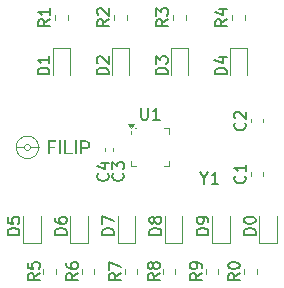
<source format=gbr>
%TF.GenerationSoftware,KiCad,Pcbnew,9.0.2*%
%TF.CreationDate,2025-05-30T03:52:38+02:00*%
%TF.ProjectId,Clock10,436c6f63-6b31-4302-9e6b-696361645f70,rev?*%
%TF.SameCoordinates,Original*%
%TF.FileFunction,Legend,Top*%
%TF.FilePolarity,Positive*%
%FSLAX46Y46*%
G04 Gerber Fmt 4.6, Leading zero omitted, Abs format (unit mm)*
G04 Created by KiCad (PCBNEW 9.0.2) date 2025-05-30 03:52:38*
%MOMM*%
%LPD*%
G01*
G04 APERTURE LIST*
%ADD10C,0.100000*%
%ADD11C,0.150000*%
%ADD12C,0.120000*%
G04 APERTURE END LIST*
D10*
X89910000Y-100000000D02*
X90560000Y-100000000D01*
X88710000Y-100000000D02*
X89360000Y-100000000D01*
X89880000Y-100000000D02*
G75*
G02*
X89360000Y-100000000I-260000J0D01*
G01*
X89360000Y-100000000D02*
G75*
G02*
X89880000Y-100000000I260000J0D01*
G01*
X90570000Y-100000000D02*
G75*
G02*
X88670000Y-100000000I-950000J0D01*
G01*
X88670000Y-100000000D02*
G75*
G02*
X90570000Y-100000000I950000J0D01*
G01*
G36*
X91994606Y-100070142D02*
G01*
X91493786Y-100070142D01*
X91493786Y-100598000D01*
X91336395Y-100598000D01*
X91336395Y-99402187D01*
X92075792Y-99402187D01*
X92075792Y-99531733D01*
X91493786Y-99531733D01*
X91493786Y-99941475D01*
X91994606Y-99941475D01*
X91994606Y-100070142D01*
G37*
G36*
X92433730Y-100598000D02*
G01*
X92276340Y-100598000D01*
X92276340Y-99402187D01*
X92433730Y-99402187D01*
X92433730Y-100598000D01*
G37*
G36*
X92879155Y-100469332D02*
G01*
X93444749Y-100469332D01*
X93444749Y-100598000D01*
X92720959Y-100598000D01*
X92720959Y-99402187D01*
X92879155Y-99402187D01*
X92879155Y-100469332D01*
G37*
G36*
X93793674Y-100598000D02*
G01*
X93636284Y-100598000D01*
X93636284Y-99402187D01*
X93793674Y-99402187D01*
X93793674Y-100598000D01*
G37*
G36*
X94619022Y-99409249D02*
G01*
X94701128Y-99429073D01*
X94770093Y-99460303D01*
X94828067Y-99502570D01*
X94876324Y-99556343D01*
X94910654Y-99617467D01*
X94931778Y-99687406D01*
X94939148Y-99768258D01*
X94931665Y-99854299D01*
X94910579Y-99926074D01*
X94876955Y-99986312D01*
X94830485Y-100036949D01*
X94774178Y-100076050D01*
X94705375Y-100105401D01*
X94621516Y-100124299D01*
X94519442Y-100131105D01*
X94238294Y-100131105D01*
X94238294Y-100598000D01*
X94080903Y-100598000D01*
X94080903Y-100002438D01*
X94238294Y-100002438D01*
X94521054Y-100002438D01*
X94603209Y-99994920D01*
X94666258Y-99974439D01*
X94714494Y-99942720D01*
X94750865Y-99898654D01*
X94773570Y-99842312D01*
X94781758Y-99769943D01*
X94773820Y-99701401D01*
X94751314Y-99645205D01*
X94714494Y-99598558D01*
X94666075Y-99563561D01*
X94605683Y-99540976D01*
X94530066Y-99531733D01*
X94238294Y-99531733D01*
X94238294Y-100002438D01*
X94080903Y-100002438D01*
X94080903Y-99402187D01*
X94521054Y-99402187D01*
X94619022Y-99409249D01*
G37*
D11*
X93884819Y-110656666D02*
X93408628Y-110989999D01*
X93884819Y-111228094D02*
X92884819Y-111228094D01*
X92884819Y-111228094D02*
X92884819Y-110847142D01*
X92884819Y-110847142D02*
X92932438Y-110751904D01*
X92932438Y-110751904D02*
X92980057Y-110704285D01*
X92980057Y-110704285D02*
X93075295Y-110656666D01*
X93075295Y-110656666D02*
X93218152Y-110656666D01*
X93218152Y-110656666D02*
X93313390Y-110704285D01*
X93313390Y-110704285D02*
X93361009Y-110751904D01*
X93361009Y-110751904D02*
X93408628Y-110847142D01*
X93408628Y-110847142D02*
X93408628Y-111228094D01*
X92884819Y-109799523D02*
X92884819Y-109989999D01*
X92884819Y-109989999D02*
X92932438Y-110085237D01*
X92932438Y-110085237D02*
X92980057Y-110132856D01*
X92980057Y-110132856D02*
X93122914Y-110228094D01*
X93122914Y-110228094D02*
X93313390Y-110275713D01*
X93313390Y-110275713D02*
X93694342Y-110275713D01*
X93694342Y-110275713D02*
X93789580Y-110228094D01*
X93789580Y-110228094D02*
X93837200Y-110180475D01*
X93837200Y-110180475D02*
X93884819Y-110085237D01*
X93884819Y-110085237D02*
X93884819Y-109894761D01*
X93884819Y-109894761D02*
X93837200Y-109799523D01*
X93837200Y-109799523D02*
X93789580Y-109751904D01*
X93789580Y-109751904D02*
X93694342Y-109704285D01*
X93694342Y-109704285D02*
X93456247Y-109704285D01*
X93456247Y-109704285D02*
X93361009Y-109751904D01*
X93361009Y-109751904D02*
X93313390Y-109799523D01*
X93313390Y-109799523D02*
X93265771Y-109894761D01*
X93265771Y-109894761D02*
X93265771Y-110085237D01*
X93265771Y-110085237D02*
X93313390Y-110180475D01*
X93313390Y-110180475D02*
X93361009Y-110228094D01*
X93361009Y-110228094D02*
X93456247Y-110275713D01*
X104944819Y-107398094D02*
X103944819Y-107398094D01*
X103944819Y-107398094D02*
X103944819Y-107159999D01*
X103944819Y-107159999D02*
X103992438Y-107017142D01*
X103992438Y-107017142D02*
X104087676Y-106921904D01*
X104087676Y-106921904D02*
X104182914Y-106874285D01*
X104182914Y-106874285D02*
X104373390Y-106826666D01*
X104373390Y-106826666D02*
X104516247Y-106826666D01*
X104516247Y-106826666D02*
X104706723Y-106874285D01*
X104706723Y-106874285D02*
X104801961Y-106921904D01*
X104801961Y-106921904D02*
X104897200Y-107017142D01*
X104897200Y-107017142D02*
X104944819Y-107159999D01*
X104944819Y-107159999D02*
X104944819Y-107398094D01*
X104944819Y-106350475D02*
X104944819Y-106159999D01*
X104944819Y-106159999D02*
X104897200Y-106064761D01*
X104897200Y-106064761D02*
X104849580Y-106017142D01*
X104849580Y-106017142D02*
X104706723Y-105921904D01*
X104706723Y-105921904D02*
X104516247Y-105874285D01*
X104516247Y-105874285D02*
X104135295Y-105874285D01*
X104135295Y-105874285D02*
X104040057Y-105921904D01*
X104040057Y-105921904D02*
X103992438Y-105969523D01*
X103992438Y-105969523D02*
X103944819Y-106064761D01*
X103944819Y-106064761D02*
X103944819Y-106255237D01*
X103944819Y-106255237D02*
X103992438Y-106350475D01*
X103992438Y-106350475D02*
X104040057Y-106398094D01*
X104040057Y-106398094D02*
X104135295Y-106445713D01*
X104135295Y-106445713D02*
X104373390Y-106445713D01*
X104373390Y-106445713D02*
X104468628Y-106398094D01*
X104468628Y-106398094D02*
X104516247Y-106350475D01*
X104516247Y-106350475D02*
X104563866Y-106255237D01*
X104563866Y-106255237D02*
X104563866Y-106064761D01*
X104563866Y-106064761D02*
X104516247Y-105969523D01*
X104516247Y-105969523D02*
X104468628Y-105921904D01*
X104468628Y-105921904D02*
X104373390Y-105874285D01*
X88944819Y-107398094D02*
X87944819Y-107398094D01*
X87944819Y-107398094D02*
X87944819Y-107159999D01*
X87944819Y-107159999D02*
X87992438Y-107017142D01*
X87992438Y-107017142D02*
X88087676Y-106921904D01*
X88087676Y-106921904D02*
X88182914Y-106874285D01*
X88182914Y-106874285D02*
X88373390Y-106826666D01*
X88373390Y-106826666D02*
X88516247Y-106826666D01*
X88516247Y-106826666D02*
X88706723Y-106874285D01*
X88706723Y-106874285D02*
X88801961Y-106921904D01*
X88801961Y-106921904D02*
X88897200Y-107017142D01*
X88897200Y-107017142D02*
X88944819Y-107159999D01*
X88944819Y-107159999D02*
X88944819Y-107398094D01*
X87944819Y-105921904D02*
X87944819Y-106398094D01*
X87944819Y-106398094D02*
X88421009Y-106445713D01*
X88421009Y-106445713D02*
X88373390Y-106398094D01*
X88373390Y-106398094D02*
X88325771Y-106302856D01*
X88325771Y-106302856D02*
X88325771Y-106064761D01*
X88325771Y-106064761D02*
X88373390Y-105969523D01*
X88373390Y-105969523D02*
X88421009Y-105921904D01*
X88421009Y-105921904D02*
X88516247Y-105874285D01*
X88516247Y-105874285D02*
X88754342Y-105874285D01*
X88754342Y-105874285D02*
X88849580Y-105921904D01*
X88849580Y-105921904D02*
X88897200Y-105969523D01*
X88897200Y-105969523D02*
X88944819Y-106064761D01*
X88944819Y-106064761D02*
X88944819Y-106302856D01*
X88944819Y-106302856D02*
X88897200Y-106398094D01*
X88897200Y-106398094D02*
X88849580Y-106445713D01*
X99238095Y-96654819D02*
X99238095Y-97464342D01*
X99238095Y-97464342D02*
X99285714Y-97559580D01*
X99285714Y-97559580D02*
X99333333Y-97607200D01*
X99333333Y-97607200D02*
X99428571Y-97654819D01*
X99428571Y-97654819D02*
X99619047Y-97654819D01*
X99619047Y-97654819D02*
X99714285Y-97607200D01*
X99714285Y-97607200D02*
X99761904Y-97559580D01*
X99761904Y-97559580D02*
X99809523Y-97464342D01*
X99809523Y-97464342D02*
X99809523Y-96654819D01*
X100809523Y-97654819D02*
X100238095Y-97654819D01*
X100523809Y-97654819D02*
X100523809Y-96654819D01*
X100523809Y-96654819D02*
X100428571Y-96797676D01*
X100428571Y-96797676D02*
X100333333Y-96892914D01*
X100333333Y-96892914D02*
X100238095Y-96940533D01*
X96944819Y-107398094D02*
X95944819Y-107398094D01*
X95944819Y-107398094D02*
X95944819Y-107159999D01*
X95944819Y-107159999D02*
X95992438Y-107017142D01*
X95992438Y-107017142D02*
X96087676Y-106921904D01*
X96087676Y-106921904D02*
X96182914Y-106874285D01*
X96182914Y-106874285D02*
X96373390Y-106826666D01*
X96373390Y-106826666D02*
X96516247Y-106826666D01*
X96516247Y-106826666D02*
X96706723Y-106874285D01*
X96706723Y-106874285D02*
X96801961Y-106921904D01*
X96801961Y-106921904D02*
X96897200Y-107017142D01*
X96897200Y-107017142D02*
X96944819Y-107159999D01*
X96944819Y-107159999D02*
X96944819Y-107398094D01*
X95944819Y-106493332D02*
X95944819Y-105826666D01*
X95944819Y-105826666D02*
X96944819Y-106255237D01*
X91524819Y-89166666D02*
X91048628Y-89499999D01*
X91524819Y-89738094D02*
X90524819Y-89738094D01*
X90524819Y-89738094D02*
X90524819Y-89357142D01*
X90524819Y-89357142D02*
X90572438Y-89261904D01*
X90572438Y-89261904D02*
X90620057Y-89214285D01*
X90620057Y-89214285D02*
X90715295Y-89166666D01*
X90715295Y-89166666D02*
X90858152Y-89166666D01*
X90858152Y-89166666D02*
X90953390Y-89214285D01*
X90953390Y-89214285D02*
X91001009Y-89261904D01*
X91001009Y-89261904D02*
X91048628Y-89357142D01*
X91048628Y-89357142D02*
X91048628Y-89738094D01*
X91524819Y-88214285D02*
X91524819Y-88785713D01*
X91524819Y-88499999D02*
X90524819Y-88499999D01*
X90524819Y-88499999D02*
X90667676Y-88595237D01*
X90667676Y-88595237D02*
X90762914Y-88690475D01*
X90762914Y-88690475D02*
X90810533Y-88785713D01*
X108029580Y-102416666D02*
X108077200Y-102464285D01*
X108077200Y-102464285D02*
X108124819Y-102607142D01*
X108124819Y-102607142D02*
X108124819Y-102702380D01*
X108124819Y-102702380D02*
X108077200Y-102845237D01*
X108077200Y-102845237D02*
X107981961Y-102940475D01*
X107981961Y-102940475D02*
X107886723Y-102988094D01*
X107886723Y-102988094D02*
X107696247Y-103035713D01*
X107696247Y-103035713D02*
X107553390Y-103035713D01*
X107553390Y-103035713D02*
X107362914Y-102988094D01*
X107362914Y-102988094D02*
X107267676Y-102940475D01*
X107267676Y-102940475D02*
X107172438Y-102845237D01*
X107172438Y-102845237D02*
X107124819Y-102702380D01*
X107124819Y-102702380D02*
X107124819Y-102607142D01*
X107124819Y-102607142D02*
X107172438Y-102464285D01*
X107172438Y-102464285D02*
X107220057Y-102416666D01*
X108124819Y-101464285D02*
X108124819Y-102035713D01*
X108124819Y-101749999D02*
X107124819Y-101749999D01*
X107124819Y-101749999D02*
X107267676Y-101845237D01*
X107267676Y-101845237D02*
X107362914Y-101940475D01*
X107362914Y-101940475D02*
X107410533Y-102035713D01*
X97514819Y-110676666D02*
X97038628Y-111009999D01*
X97514819Y-111248094D02*
X96514819Y-111248094D01*
X96514819Y-111248094D02*
X96514819Y-110867142D01*
X96514819Y-110867142D02*
X96562438Y-110771904D01*
X96562438Y-110771904D02*
X96610057Y-110724285D01*
X96610057Y-110724285D02*
X96705295Y-110676666D01*
X96705295Y-110676666D02*
X96848152Y-110676666D01*
X96848152Y-110676666D02*
X96943390Y-110724285D01*
X96943390Y-110724285D02*
X96991009Y-110771904D01*
X96991009Y-110771904D02*
X97038628Y-110867142D01*
X97038628Y-110867142D02*
X97038628Y-111248094D01*
X96514819Y-110343332D02*
X96514819Y-109676666D01*
X96514819Y-109676666D02*
X97514819Y-110105237D01*
X91484819Y-93818094D02*
X90484819Y-93818094D01*
X90484819Y-93818094D02*
X90484819Y-93579999D01*
X90484819Y-93579999D02*
X90532438Y-93437142D01*
X90532438Y-93437142D02*
X90627676Y-93341904D01*
X90627676Y-93341904D02*
X90722914Y-93294285D01*
X90722914Y-93294285D02*
X90913390Y-93246666D01*
X90913390Y-93246666D02*
X91056247Y-93246666D01*
X91056247Y-93246666D02*
X91246723Y-93294285D01*
X91246723Y-93294285D02*
X91341961Y-93341904D01*
X91341961Y-93341904D02*
X91437200Y-93437142D01*
X91437200Y-93437142D02*
X91484819Y-93579999D01*
X91484819Y-93579999D02*
X91484819Y-93818094D01*
X91484819Y-92294285D02*
X91484819Y-92865713D01*
X91484819Y-92579999D02*
X90484819Y-92579999D01*
X90484819Y-92579999D02*
X90627676Y-92675237D01*
X90627676Y-92675237D02*
X90722914Y-92770475D01*
X90722914Y-92770475D02*
X90770533Y-92865713D01*
X97689580Y-102196666D02*
X97737200Y-102244285D01*
X97737200Y-102244285D02*
X97784819Y-102387142D01*
X97784819Y-102387142D02*
X97784819Y-102482380D01*
X97784819Y-102482380D02*
X97737200Y-102625237D01*
X97737200Y-102625237D02*
X97641961Y-102720475D01*
X97641961Y-102720475D02*
X97546723Y-102768094D01*
X97546723Y-102768094D02*
X97356247Y-102815713D01*
X97356247Y-102815713D02*
X97213390Y-102815713D01*
X97213390Y-102815713D02*
X97022914Y-102768094D01*
X97022914Y-102768094D02*
X96927676Y-102720475D01*
X96927676Y-102720475D02*
X96832438Y-102625237D01*
X96832438Y-102625237D02*
X96784819Y-102482380D01*
X96784819Y-102482380D02*
X96784819Y-102387142D01*
X96784819Y-102387142D02*
X96832438Y-102244285D01*
X96832438Y-102244285D02*
X96880057Y-102196666D01*
X96784819Y-101863332D02*
X96784819Y-101244285D01*
X96784819Y-101244285D02*
X97165771Y-101577618D01*
X97165771Y-101577618D02*
X97165771Y-101434761D01*
X97165771Y-101434761D02*
X97213390Y-101339523D01*
X97213390Y-101339523D02*
X97261009Y-101291904D01*
X97261009Y-101291904D02*
X97356247Y-101244285D01*
X97356247Y-101244285D02*
X97594342Y-101244285D01*
X97594342Y-101244285D02*
X97689580Y-101291904D01*
X97689580Y-101291904D02*
X97737200Y-101339523D01*
X97737200Y-101339523D02*
X97784819Y-101434761D01*
X97784819Y-101434761D02*
X97784819Y-101720475D01*
X97784819Y-101720475D02*
X97737200Y-101815713D01*
X97737200Y-101815713D02*
X97689580Y-101863332D01*
X106524819Y-89166666D02*
X106048628Y-89499999D01*
X106524819Y-89738094D02*
X105524819Y-89738094D01*
X105524819Y-89738094D02*
X105524819Y-89357142D01*
X105524819Y-89357142D02*
X105572438Y-89261904D01*
X105572438Y-89261904D02*
X105620057Y-89214285D01*
X105620057Y-89214285D02*
X105715295Y-89166666D01*
X105715295Y-89166666D02*
X105858152Y-89166666D01*
X105858152Y-89166666D02*
X105953390Y-89214285D01*
X105953390Y-89214285D02*
X106001009Y-89261904D01*
X106001009Y-89261904D02*
X106048628Y-89357142D01*
X106048628Y-89357142D02*
X106048628Y-89738094D01*
X105858152Y-88309523D02*
X106524819Y-88309523D01*
X105477200Y-88547618D02*
X106191485Y-88785713D01*
X106191485Y-88785713D02*
X106191485Y-88166666D01*
X101484819Y-93808094D02*
X100484819Y-93808094D01*
X100484819Y-93808094D02*
X100484819Y-93569999D01*
X100484819Y-93569999D02*
X100532438Y-93427142D01*
X100532438Y-93427142D02*
X100627676Y-93331904D01*
X100627676Y-93331904D02*
X100722914Y-93284285D01*
X100722914Y-93284285D02*
X100913390Y-93236666D01*
X100913390Y-93236666D02*
X101056247Y-93236666D01*
X101056247Y-93236666D02*
X101246723Y-93284285D01*
X101246723Y-93284285D02*
X101341961Y-93331904D01*
X101341961Y-93331904D02*
X101437200Y-93427142D01*
X101437200Y-93427142D02*
X101484819Y-93569999D01*
X101484819Y-93569999D02*
X101484819Y-93808094D01*
X100484819Y-92903332D02*
X100484819Y-92284285D01*
X100484819Y-92284285D02*
X100865771Y-92617618D01*
X100865771Y-92617618D02*
X100865771Y-92474761D01*
X100865771Y-92474761D02*
X100913390Y-92379523D01*
X100913390Y-92379523D02*
X100961009Y-92331904D01*
X100961009Y-92331904D02*
X101056247Y-92284285D01*
X101056247Y-92284285D02*
X101294342Y-92284285D01*
X101294342Y-92284285D02*
X101389580Y-92331904D01*
X101389580Y-92331904D02*
X101437200Y-92379523D01*
X101437200Y-92379523D02*
X101484819Y-92474761D01*
X101484819Y-92474761D02*
X101484819Y-92760475D01*
X101484819Y-92760475D02*
X101437200Y-92855713D01*
X101437200Y-92855713D02*
X101389580Y-92903332D01*
X92944819Y-107398094D02*
X91944819Y-107398094D01*
X91944819Y-107398094D02*
X91944819Y-107159999D01*
X91944819Y-107159999D02*
X91992438Y-107017142D01*
X91992438Y-107017142D02*
X92087676Y-106921904D01*
X92087676Y-106921904D02*
X92182914Y-106874285D01*
X92182914Y-106874285D02*
X92373390Y-106826666D01*
X92373390Y-106826666D02*
X92516247Y-106826666D01*
X92516247Y-106826666D02*
X92706723Y-106874285D01*
X92706723Y-106874285D02*
X92801961Y-106921904D01*
X92801961Y-106921904D02*
X92897200Y-107017142D01*
X92897200Y-107017142D02*
X92944819Y-107159999D01*
X92944819Y-107159999D02*
X92944819Y-107398094D01*
X91944819Y-105969523D02*
X91944819Y-106159999D01*
X91944819Y-106159999D02*
X91992438Y-106255237D01*
X91992438Y-106255237D02*
X92040057Y-106302856D01*
X92040057Y-106302856D02*
X92182914Y-106398094D01*
X92182914Y-106398094D02*
X92373390Y-106445713D01*
X92373390Y-106445713D02*
X92754342Y-106445713D01*
X92754342Y-106445713D02*
X92849580Y-106398094D01*
X92849580Y-106398094D02*
X92897200Y-106350475D01*
X92897200Y-106350475D02*
X92944819Y-106255237D01*
X92944819Y-106255237D02*
X92944819Y-106064761D01*
X92944819Y-106064761D02*
X92897200Y-105969523D01*
X92897200Y-105969523D02*
X92849580Y-105921904D01*
X92849580Y-105921904D02*
X92754342Y-105874285D01*
X92754342Y-105874285D02*
X92516247Y-105874285D01*
X92516247Y-105874285D02*
X92421009Y-105921904D01*
X92421009Y-105921904D02*
X92373390Y-105969523D01*
X92373390Y-105969523D02*
X92325771Y-106064761D01*
X92325771Y-106064761D02*
X92325771Y-106255237D01*
X92325771Y-106255237D02*
X92373390Y-106350475D01*
X92373390Y-106350475D02*
X92421009Y-106398094D01*
X92421009Y-106398094D02*
X92516247Y-106445713D01*
X96484819Y-93818094D02*
X95484819Y-93818094D01*
X95484819Y-93818094D02*
X95484819Y-93579999D01*
X95484819Y-93579999D02*
X95532438Y-93437142D01*
X95532438Y-93437142D02*
X95627676Y-93341904D01*
X95627676Y-93341904D02*
X95722914Y-93294285D01*
X95722914Y-93294285D02*
X95913390Y-93246666D01*
X95913390Y-93246666D02*
X96056247Y-93246666D01*
X96056247Y-93246666D02*
X96246723Y-93294285D01*
X96246723Y-93294285D02*
X96341961Y-93341904D01*
X96341961Y-93341904D02*
X96437200Y-93437142D01*
X96437200Y-93437142D02*
X96484819Y-93579999D01*
X96484819Y-93579999D02*
X96484819Y-93818094D01*
X95580057Y-92865713D02*
X95532438Y-92818094D01*
X95532438Y-92818094D02*
X95484819Y-92722856D01*
X95484819Y-92722856D02*
X95484819Y-92484761D01*
X95484819Y-92484761D02*
X95532438Y-92389523D01*
X95532438Y-92389523D02*
X95580057Y-92341904D01*
X95580057Y-92341904D02*
X95675295Y-92294285D01*
X95675295Y-92294285D02*
X95770533Y-92294285D01*
X95770533Y-92294285D02*
X95913390Y-92341904D01*
X95913390Y-92341904D02*
X96484819Y-92913332D01*
X96484819Y-92913332D02*
X96484819Y-92294285D01*
X106484819Y-93808094D02*
X105484819Y-93808094D01*
X105484819Y-93808094D02*
X105484819Y-93569999D01*
X105484819Y-93569999D02*
X105532438Y-93427142D01*
X105532438Y-93427142D02*
X105627676Y-93331904D01*
X105627676Y-93331904D02*
X105722914Y-93284285D01*
X105722914Y-93284285D02*
X105913390Y-93236666D01*
X105913390Y-93236666D02*
X106056247Y-93236666D01*
X106056247Y-93236666D02*
X106246723Y-93284285D01*
X106246723Y-93284285D02*
X106341961Y-93331904D01*
X106341961Y-93331904D02*
X106437200Y-93427142D01*
X106437200Y-93427142D02*
X106484819Y-93569999D01*
X106484819Y-93569999D02*
X106484819Y-93808094D01*
X105818152Y-92379523D02*
X106484819Y-92379523D01*
X105437200Y-92617618D02*
X106151485Y-92855713D01*
X106151485Y-92855713D02*
X106151485Y-92236666D01*
X107594819Y-110666666D02*
X107118628Y-110999999D01*
X107594819Y-111238094D02*
X106594819Y-111238094D01*
X106594819Y-111238094D02*
X106594819Y-110857142D01*
X106594819Y-110857142D02*
X106642438Y-110761904D01*
X106642438Y-110761904D02*
X106690057Y-110714285D01*
X106690057Y-110714285D02*
X106785295Y-110666666D01*
X106785295Y-110666666D02*
X106928152Y-110666666D01*
X106928152Y-110666666D02*
X107023390Y-110714285D01*
X107023390Y-110714285D02*
X107071009Y-110761904D01*
X107071009Y-110761904D02*
X107118628Y-110857142D01*
X107118628Y-110857142D02*
X107118628Y-111238094D01*
X106594819Y-110047618D02*
X106594819Y-109952380D01*
X106594819Y-109952380D02*
X106642438Y-109857142D01*
X106642438Y-109857142D02*
X106690057Y-109809523D01*
X106690057Y-109809523D02*
X106785295Y-109761904D01*
X106785295Y-109761904D02*
X106975771Y-109714285D01*
X106975771Y-109714285D02*
X107213866Y-109714285D01*
X107213866Y-109714285D02*
X107404342Y-109761904D01*
X107404342Y-109761904D02*
X107499580Y-109809523D01*
X107499580Y-109809523D02*
X107547200Y-109857142D01*
X107547200Y-109857142D02*
X107594819Y-109952380D01*
X107594819Y-109952380D02*
X107594819Y-110047618D01*
X107594819Y-110047618D02*
X107547200Y-110142856D01*
X107547200Y-110142856D02*
X107499580Y-110190475D01*
X107499580Y-110190475D02*
X107404342Y-110238094D01*
X107404342Y-110238094D02*
X107213866Y-110285713D01*
X107213866Y-110285713D02*
X106975771Y-110285713D01*
X106975771Y-110285713D02*
X106785295Y-110238094D01*
X106785295Y-110238094D02*
X106690057Y-110190475D01*
X106690057Y-110190475D02*
X106642438Y-110142856D01*
X106642438Y-110142856D02*
X106594819Y-110047618D01*
X108944819Y-107398094D02*
X107944819Y-107398094D01*
X107944819Y-107398094D02*
X107944819Y-107159999D01*
X107944819Y-107159999D02*
X107992438Y-107017142D01*
X107992438Y-107017142D02*
X108087676Y-106921904D01*
X108087676Y-106921904D02*
X108182914Y-106874285D01*
X108182914Y-106874285D02*
X108373390Y-106826666D01*
X108373390Y-106826666D02*
X108516247Y-106826666D01*
X108516247Y-106826666D02*
X108706723Y-106874285D01*
X108706723Y-106874285D02*
X108801961Y-106921904D01*
X108801961Y-106921904D02*
X108897200Y-107017142D01*
X108897200Y-107017142D02*
X108944819Y-107159999D01*
X108944819Y-107159999D02*
X108944819Y-107398094D01*
X107944819Y-106207618D02*
X107944819Y-106112380D01*
X107944819Y-106112380D02*
X107992438Y-106017142D01*
X107992438Y-106017142D02*
X108040057Y-105969523D01*
X108040057Y-105969523D02*
X108135295Y-105921904D01*
X108135295Y-105921904D02*
X108325771Y-105874285D01*
X108325771Y-105874285D02*
X108563866Y-105874285D01*
X108563866Y-105874285D02*
X108754342Y-105921904D01*
X108754342Y-105921904D02*
X108849580Y-105969523D01*
X108849580Y-105969523D02*
X108897200Y-106017142D01*
X108897200Y-106017142D02*
X108944819Y-106112380D01*
X108944819Y-106112380D02*
X108944819Y-106207618D01*
X108944819Y-106207618D02*
X108897200Y-106302856D01*
X108897200Y-106302856D02*
X108849580Y-106350475D01*
X108849580Y-106350475D02*
X108754342Y-106398094D01*
X108754342Y-106398094D02*
X108563866Y-106445713D01*
X108563866Y-106445713D02*
X108325771Y-106445713D01*
X108325771Y-106445713D02*
X108135295Y-106398094D01*
X108135295Y-106398094D02*
X108040057Y-106350475D01*
X108040057Y-106350475D02*
X107992438Y-106302856D01*
X107992438Y-106302856D02*
X107944819Y-106207618D01*
X96524819Y-89166666D02*
X96048628Y-89499999D01*
X96524819Y-89738094D02*
X95524819Y-89738094D01*
X95524819Y-89738094D02*
X95524819Y-89357142D01*
X95524819Y-89357142D02*
X95572438Y-89261904D01*
X95572438Y-89261904D02*
X95620057Y-89214285D01*
X95620057Y-89214285D02*
X95715295Y-89166666D01*
X95715295Y-89166666D02*
X95858152Y-89166666D01*
X95858152Y-89166666D02*
X95953390Y-89214285D01*
X95953390Y-89214285D02*
X96001009Y-89261904D01*
X96001009Y-89261904D02*
X96048628Y-89357142D01*
X96048628Y-89357142D02*
X96048628Y-89738094D01*
X95620057Y-88785713D02*
X95572438Y-88738094D01*
X95572438Y-88738094D02*
X95524819Y-88642856D01*
X95524819Y-88642856D02*
X95524819Y-88404761D01*
X95524819Y-88404761D02*
X95572438Y-88309523D01*
X95572438Y-88309523D02*
X95620057Y-88261904D01*
X95620057Y-88261904D02*
X95715295Y-88214285D01*
X95715295Y-88214285D02*
X95810533Y-88214285D01*
X95810533Y-88214285D02*
X95953390Y-88261904D01*
X95953390Y-88261904D02*
X96524819Y-88833332D01*
X96524819Y-88833332D02*
X96524819Y-88214285D01*
X100804819Y-110666666D02*
X100328628Y-110999999D01*
X100804819Y-111238094D02*
X99804819Y-111238094D01*
X99804819Y-111238094D02*
X99804819Y-110857142D01*
X99804819Y-110857142D02*
X99852438Y-110761904D01*
X99852438Y-110761904D02*
X99900057Y-110714285D01*
X99900057Y-110714285D02*
X99995295Y-110666666D01*
X99995295Y-110666666D02*
X100138152Y-110666666D01*
X100138152Y-110666666D02*
X100233390Y-110714285D01*
X100233390Y-110714285D02*
X100281009Y-110761904D01*
X100281009Y-110761904D02*
X100328628Y-110857142D01*
X100328628Y-110857142D02*
X100328628Y-111238094D01*
X100233390Y-110095237D02*
X100185771Y-110190475D01*
X100185771Y-110190475D02*
X100138152Y-110238094D01*
X100138152Y-110238094D02*
X100042914Y-110285713D01*
X100042914Y-110285713D02*
X99995295Y-110285713D01*
X99995295Y-110285713D02*
X99900057Y-110238094D01*
X99900057Y-110238094D02*
X99852438Y-110190475D01*
X99852438Y-110190475D02*
X99804819Y-110095237D01*
X99804819Y-110095237D02*
X99804819Y-109904761D01*
X99804819Y-109904761D02*
X99852438Y-109809523D01*
X99852438Y-109809523D02*
X99900057Y-109761904D01*
X99900057Y-109761904D02*
X99995295Y-109714285D01*
X99995295Y-109714285D02*
X100042914Y-109714285D01*
X100042914Y-109714285D02*
X100138152Y-109761904D01*
X100138152Y-109761904D02*
X100185771Y-109809523D01*
X100185771Y-109809523D02*
X100233390Y-109904761D01*
X100233390Y-109904761D02*
X100233390Y-110095237D01*
X100233390Y-110095237D02*
X100281009Y-110190475D01*
X100281009Y-110190475D02*
X100328628Y-110238094D01*
X100328628Y-110238094D02*
X100423866Y-110285713D01*
X100423866Y-110285713D02*
X100614342Y-110285713D01*
X100614342Y-110285713D02*
X100709580Y-110238094D01*
X100709580Y-110238094D02*
X100757200Y-110190475D01*
X100757200Y-110190475D02*
X100804819Y-110095237D01*
X100804819Y-110095237D02*
X100804819Y-109904761D01*
X100804819Y-109904761D02*
X100757200Y-109809523D01*
X100757200Y-109809523D02*
X100709580Y-109761904D01*
X100709580Y-109761904D02*
X100614342Y-109714285D01*
X100614342Y-109714285D02*
X100423866Y-109714285D01*
X100423866Y-109714285D02*
X100328628Y-109761904D01*
X100328628Y-109761904D02*
X100281009Y-109809523D01*
X100281009Y-109809523D02*
X100233390Y-109904761D01*
X104603809Y-102608628D02*
X104603809Y-103084819D01*
X104270476Y-102084819D02*
X104603809Y-102608628D01*
X104603809Y-102608628D02*
X104937142Y-102084819D01*
X105794285Y-103084819D02*
X105222857Y-103084819D01*
X105508571Y-103084819D02*
X105508571Y-102084819D01*
X105508571Y-102084819D02*
X105413333Y-102227676D01*
X105413333Y-102227676D02*
X105318095Y-102322914D01*
X105318095Y-102322914D02*
X105222857Y-102370533D01*
X100944819Y-107398094D02*
X99944819Y-107398094D01*
X99944819Y-107398094D02*
X99944819Y-107159999D01*
X99944819Y-107159999D02*
X99992438Y-107017142D01*
X99992438Y-107017142D02*
X100087676Y-106921904D01*
X100087676Y-106921904D02*
X100182914Y-106874285D01*
X100182914Y-106874285D02*
X100373390Y-106826666D01*
X100373390Y-106826666D02*
X100516247Y-106826666D01*
X100516247Y-106826666D02*
X100706723Y-106874285D01*
X100706723Y-106874285D02*
X100801961Y-106921904D01*
X100801961Y-106921904D02*
X100897200Y-107017142D01*
X100897200Y-107017142D02*
X100944819Y-107159999D01*
X100944819Y-107159999D02*
X100944819Y-107398094D01*
X100373390Y-106255237D02*
X100325771Y-106350475D01*
X100325771Y-106350475D02*
X100278152Y-106398094D01*
X100278152Y-106398094D02*
X100182914Y-106445713D01*
X100182914Y-106445713D02*
X100135295Y-106445713D01*
X100135295Y-106445713D02*
X100040057Y-106398094D01*
X100040057Y-106398094D02*
X99992438Y-106350475D01*
X99992438Y-106350475D02*
X99944819Y-106255237D01*
X99944819Y-106255237D02*
X99944819Y-106064761D01*
X99944819Y-106064761D02*
X99992438Y-105969523D01*
X99992438Y-105969523D02*
X100040057Y-105921904D01*
X100040057Y-105921904D02*
X100135295Y-105874285D01*
X100135295Y-105874285D02*
X100182914Y-105874285D01*
X100182914Y-105874285D02*
X100278152Y-105921904D01*
X100278152Y-105921904D02*
X100325771Y-105969523D01*
X100325771Y-105969523D02*
X100373390Y-106064761D01*
X100373390Y-106064761D02*
X100373390Y-106255237D01*
X100373390Y-106255237D02*
X100421009Y-106350475D01*
X100421009Y-106350475D02*
X100468628Y-106398094D01*
X100468628Y-106398094D02*
X100563866Y-106445713D01*
X100563866Y-106445713D02*
X100754342Y-106445713D01*
X100754342Y-106445713D02*
X100849580Y-106398094D01*
X100849580Y-106398094D02*
X100897200Y-106350475D01*
X100897200Y-106350475D02*
X100944819Y-106255237D01*
X100944819Y-106255237D02*
X100944819Y-106064761D01*
X100944819Y-106064761D02*
X100897200Y-105969523D01*
X100897200Y-105969523D02*
X100849580Y-105921904D01*
X100849580Y-105921904D02*
X100754342Y-105874285D01*
X100754342Y-105874285D02*
X100563866Y-105874285D01*
X100563866Y-105874285D02*
X100468628Y-105921904D01*
X100468628Y-105921904D02*
X100421009Y-105969523D01*
X100421009Y-105969523D02*
X100373390Y-106064761D01*
X108029580Y-97916666D02*
X108077200Y-97964285D01*
X108077200Y-97964285D02*
X108124819Y-98107142D01*
X108124819Y-98107142D02*
X108124819Y-98202380D01*
X108124819Y-98202380D02*
X108077200Y-98345237D01*
X108077200Y-98345237D02*
X107981961Y-98440475D01*
X107981961Y-98440475D02*
X107886723Y-98488094D01*
X107886723Y-98488094D02*
X107696247Y-98535713D01*
X107696247Y-98535713D02*
X107553390Y-98535713D01*
X107553390Y-98535713D02*
X107362914Y-98488094D01*
X107362914Y-98488094D02*
X107267676Y-98440475D01*
X107267676Y-98440475D02*
X107172438Y-98345237D01*
X107172438Y-98345237D02*
X107124819Y-98202380D01*
X107124819Y-98202380D02*
X107124819Y-98107142D01*
X107124819Y-98107142D02*
X107172438Y-97964285D01*
X107172438Y-97964285D02*
X107220057Y-97916666D01*
X107220057Y-97535713D02*
X107172438Y-97488094D01*
X107172438Y-97488094D02*
X107124819Y-97392856D01*
X107124819Y-97392856D02*
X107124819Y-97154761D01*
X107124819Y-97154761D02*
X107172438Y-97059523D01*
X107172438Y-97059523D02*
X107220057Y-97011904D01*
X107220057Y-97011904D02*
X107315295Y-96964285D01*
X107315295Y-96964285D02*
X107410533Y-96964285D01*
X107410533Y-96964285D02*
X107553390Y-97011904D01*
X107553390Y-97011904D02*
X108124819Y-97583332D01*
X108124819Y-97583332D02*
X108124819Y-96964285D01*
X96429580Y-102206666D02*
X96477200Y-102254285D01*
X96477200Y-102254285D02*
X96524819Y-102397142D01*
X96524819Y-102397142D02*
X96524819Y-102492380D01*
X96524819Y-102492380D02*
X96477200Y-102635237D01*
X96477200Y-102635237D02*
X96381961Y-102730475D01*
X96381961Y-102730475D02*
X96286723Y-102778094D01*
X96286723Y-102778094D02*
X96096247Y-102825713D01*
X96096247Y-102825713D02*
X95953390Y-102825713D01*
X95953390Y-102825713D02*
X95762914Y-102778094D01*
X95762914Y-102778094D02*
X95667676Y-102730475D01*
X95667676Y-102730475D02*
X95572438Y-102635237D01*
X95572438Y-102635237D02*
X95524819Y-102492380D01*
X95524819Y-102492380D02*
X95524819Y-102397142D01*
X95524819Y-102397142D02*
X95572438Y-102254285D01*
X95572438Y-102254285D02*
X95620057Y-102206666D01*
X95858152Y-101349523D02*
X96524819Y-101349523D01*
X95477200Y-101587618D02*
X96191485Y-101825713D01*
X96191485Y-101825713D02*
X96191485Y-101206666D01*
X104374819Y-110656666D02*
X103898628Y-110989999D01*
X104374819Y-111228094D02*
X103374819Y-111228094D01*
X103374819Y-111228094D02*
X103374819Y-110847142D01*
X103374819Y-110847142D02*
X103422438Y-110751904D01*
X103422438Y-110751904D02*
X103470057Y-110704285D01*
X103470057Y-110704285D02*
X103565295Y-110656666D01*
X103565295Y-110656666D02*
X103708152Y-110656666D01*
X103708152Y-110656666D02*
X103803390Y-110704285D01*
X103803390Y-110704285D02*
X103851009Y-110751904D01*
X103851009Y-110751904D02*
X103898628Y-110847142D01*
X103898628Y-110847142D02*
X103898628Y-111228094D01*
X104374819Y-110180475D02*
X104374819Y-109989999D01*
X104374819Y-109989999D02*
X104327200Y-109894761D01*
X104327200Y-109894761D02*
X104279580Y-109847142D01*
X104279580Y-109847142D02*
X104136723Y-109751904D01*
X104136723Y-109751904D02*
X103946247Y-109704285D01*
X103946247Y-109704285D02*
X103565295Y-109704285D01*
X103565295Y-109704285D02*
X103470057Y-109751904D01*
X103470057Y-109751904D02*
X103422438Y-109799523D01*
X103422438Y-109799523D02*
X103374819Y-109894761D01*
X103374819Y-109894761D02*
X103374819Y-110085237D01*
X103374819Y-110085237D02*
X103422438Y-110180475D01*
X103422438Y-110180475D02*
X103470057Y-110228094D01*
X103470057Y-110228094D02*
X103565295Y-110275713D01*
X103565295Y-110275713D02*
X103803390Y-110275713D01*
X103803390Y-110275713D02*
X103898628Y-110228094D01*
X103898628Y-110228094D02*
X103946247Y-110180475D01*
X103946247Y-110180475D02*
X103993866Y-110085237D01*
X103993866Y-110085237D02*
X103993866Y-109894761D01*
X103993866Y-109894761D02*
X103946247Y-109799523D01*
X103946247Y-109799523D02*
X103898628Y-109751904D01*
X103898628Y-109751904D02*
X103803390Y-109704285D01*
X90654819Y-110661666D02*
X90178628Y-110994999D01*
X90654819Y-111233094D02*
X89654819Y-111233094D01*
X89654819Y-111233094D02*
X89654819Y-110852142D01*
X89654819Y-110852142D02*
X89702438Y-110756904D01*
X89702438Y-110756904D02*
X89750057Y-110709285D01*
X89750057Y-110709285D02*
X89845295Y-110661666D01*
X89845295Y-110661666D02*
X89988152Y-110661666D01*
X89988152Y-110661666D02*
X90083390Y-110709285D01*
X90083390Y-110709285D02*
X90131009Y-110756904D01*
X90131009Y-110756904D02*
X90178628Y-110852142D01*
X90178628Y-110852142D02*
X90178628Y-111233094D01*
X89654819Y-109756904D02*
X89654819Y-110233094D01*
X89654819Y-110233094D02*
X90131009Y-110280713D01*
X90131009Y-110280713D02*
X90083390Y-110233094D01*
X90083390Y-110233094D02*
X90035771Y-110137856D01*
X90035771Y-110137856D02*
X90035771Y-109899761D01*
X90035771Y-109899761D02*
X90083390Y-109804523D01*
X90083390Y-109804523D02*
X90131009Y-109756904D01*
X90131009Y-109756904D02*
X90226247Y-109709285D01*
X90226247Y-109709285D02*
X90464342Y-109709285D01*
X90464342Y-109709285D02*
X90559580Y-109756904D01*
X90559580Y-109756904D02*
X90607200Y-109804523D01*
X90607200Y-109804523D02*
X90654819Y-109899761D01*
X90654819Y-109899761D02*
X90654819Y-110137856D01*
X90654819Y-110137856D02*
X90607200Y-110233094D01*
X90607200Y-110233094D02*
X90559580Y-110280713D01*
X101524819Y-89166666D02*
X101048628Y-89499999D01*
X101524819Y-89738094D02*
X100524819Y-89738094D01*
X100524819Y-89738094D02*
X100524819Y-89357142D01*
X100524819Y-89357142D02*
X100572438Y-89261904D01*
X100572438Y-89261904D02*
X100620057Y-89214285D01*
X100620057Y-89214285D02*
X100715295Y-89166666D01*
X100715295Y-89166666D02*
X100858152Y-89166666D01*
X100858152Y-89166666D02*
X100953390Y-89214285D01*
X100953390Y-89214285D02*
X101001009Y-89261904D01*
X101001009Y-89261904D02*
X101048628Y-89357142D01*
X101048628Y-89357142D02*
X101048628Y-89738094D01*
X100524819Y-88833332D02*
X100524819Y-88214285D01*
X100524819Y-88214285D02*
X100905771Y-88547618D01*
X100905771Y-88547618D02*
X100905771Y-88404761D01*
X100905771Y-88404761D02*
X100953390Y-88309523D01*
X100953390Y-88309523D02*
X101001009Y-88261904D01*
X101001009Y-88261904D02*
X101096247Y-88214285D01*
X101096247Y-88214285D02*
X101334342Y-88214285D01*
X101334342Y-88214285D02*
X101429580Y-88261904D01*
X101429580Y-88261904D02*
X101477200Y-88309523D01*
X101477200Y-88309523D02*
X101524819Y-88404761D01*
X101524819Y-88404761D02*
X101524819Y-88690475D01*
X101524819Y-88690475D02*
X101477200Y-88785713D01*
X101477200Y-88785713D02*
X101429580Y-88833332D01*
D12*
%TO.C,R6*%
X94227500Y-110262742D02*
X94227500Y-110737258D01*
X95272500Y-110262742D02*
X95272500Y-110737258D01*
%TO.C,D9*%
X105265000Y-105840000D02*
X105265000Y-108125000D01*
X105265000Y-108125000D02*
X106735000Y-108125000D01*
X106735000Y-108125000D02*
X106735000Y-105840000D01*
%TO.C,D5*%
X89265000Y-105840000D02*
X89265000Y-108125000D01*
X89265000Y-108125000D02*
X90735000Y-108125000D01*
X90735000Y-108125000D02*
X90735000Y-105840000D01*
%TO.C,U1*%
X98390000Y-98840000D02*
X98390000Y-98630000D01*
X98390000Y-101610000D02*
X98390000Y-101160000D01*
X98840000Y-98390000D02*
X98690000Y-98390000D01*
X98840000Y-101610000D02*
X98390000Y-101610000D01*
X101160000Y-98390000D02*
X101610000Y-98390000D01*
X101160000Y-101610000D02*
X101610000Y-101610000D01*
X101610000Y-98390000D02*
X101610000Y-98840000D01*
X101610000Y-101610000D02*
X101610000Y-101160000D01*
X98390000Y-98390000D02*
X98150000Y-98060000D01*
X98630000Y-98060000D01*
X98390000Y-98390000D01*
G36*
X98390000Y-98390000D02*
G01*
X98150000Y-98060000D01*
X98630000Y-98060000D01*
X98390000Y-98390000D01*
G37*
%TO.C,D7*%
X97265000Y-105840000D02*
X97265000Y-108125000D01*
X97265000Y-108125000D02*
X98735000Y-108125000D01*
X98735000Y-108125000D02*
X98735000Y-105840000D01*
%TO.C,R1*%
X91977500Y-89237258D02*
X91977500Y-88762742D01*
X93022500Y-89237258D02*
X93022500Y-88762742D01*
%TO.C,C1*%
X108510000Y-102109420D02*
X108510000Y-102390580D01*
X109530000Y-102109420D02*
X109530000Y-102390580D01*
%TO.C,R7*%
X97852500Y-110262742D02*
X97852500Y-110737258D01*
X98897500Y-110262742D02*
X98897500Y-110737258D01*
%TO.C,D1*%
X91765000Y-91565000D02*
X91765000Y-93850000D01*
X93235000Y-91565000D02*
X91765000Y-91565000D01*
X93235000Y-93850000D02*
X93235000Y-91565000D01*
%TO.C,R4*%
X106977500Y-89237258D02*
X106977500Y-88762742D01*
X108022500Y-89237258D02*
X108022500Y-88762742D01*
%TO.C,D3*%
X101765000Y-91565000D02*
X101765000Y-93850000D01*
X103235000Y-91565000D02*
X101765000Y-91565000D01*
X103235000Y-93850000D02*
X103235000Y-91565000D01*
%TO.C,D6*%
X93265000Y-105840000D02*
X93265000Y-108125000D01*
X93265000Y-108125000D02*
X94735000Y-108125000D01*
X94735000Y-108125000D02*
X94735000Y-105840000D01*
%TO.C,D2*%
X96765000Y-91565000D02*
X96765000Y-93850000D01*
X98235000Y-91565000D02*
X96765000Y-91565000D01*
X98235000Y-93850000D02*
X98235000Y-91565000D01*
%TO.C,D4*%
X106765000Y-91565000D02*
X106765000Y-93850000D01*
X108235000Y-91565000D02*
X106765000Y-91565000D01*
X108235000Y-93850000D02*
X108235000Y-91565000D01*
%TO.C,R0*%
X107977500Y-110262742D02*
X107977500Y-110737258D01*
X109022500Y-110262742D02*
X109022500Y-110737258D01*
%TO.C,D0*%
X109265000Y-105840000D02*
X109265000Y-108125000D01*
X109265000Y-108125000D02*
X110735000Y-108125000D01*
X110735000Y-108125000D02*
X110735000Y-105840000D01*
%TO.C,R2*%
X96977500Y-89237258D02*
X96977500Y-88762742D01*
X98022500Y-89237258D02*
X98022500Y-88762742D01*
%TO.C,R8*%
X101102500Y-110262742D02*
X101102500Y-110737258D01*
X102147500Y-110262742D02*
X102147500Y-110737258D01*
%TO.C,D8*%
X101265000Y-105840000D02*
X101265000Y-108125000D01*
X101265000Y-108125000D02*
X102735000Y-108125000D01*
X102735000Y-108125000D02*
X102735000Y-105840000D01*
%TO.C,C2*%
X108510000Y-97890580D02*
X108510000Y-97609420D01*
X109530000Y-97890580D02*
X109530000Y-97609420D01*
%TO.C,C4*%
X96150000Y-100307836D02*
X96150000Y-100092164D01*
X96870000Y-100307836D02*
X96870000Y-100092164D01*
%TO.C,R9*%
X104727500Y-110262742D02*
X104727500Y-110737258D01*
X105772500Y-110262742D02*
X105772500Y-110737258D01*
%TO.C,R5*%
X90977500Y-110262742D02*
X90977500Y-110737258D01*
X92022500Y-110262742D02*
X92022500Y-110737258D01*
%TO.C,R3*%
X101977500Y-89237258D02*
X101977500Y-88762742D01*
X103022500Y-89237258D02*
X103022500Y-88762742D01*
%TD*%
M02*

</source>
